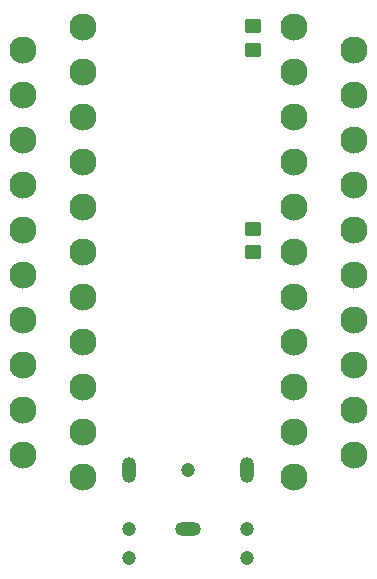
<source format=gbr>
%TF.GenerationSoftware,KiCad,Pcbnew,7.0.9*%
%TF.CreationDate,2024-08-24T05:30:20-10:00*%
%TF.ProjectId,scartaudioextract,73636172-7461-4756-9469-6f6578747261,rev?*%
%TF.SameCoordinates,Original*%
%TF.FileFunction,Soldermask,Bot*%
%TF.FilePolarity,Negative*%
%FSLAX46Y46*%
G04 Gerber Fmt 4.6, Leading zero omitted, Abs format (unit mm)*
G04 Created by KiCad (PCBNEW 7.0.9) date 2024-08-24 05:30:20*
%MOMM*%
%LPD*%
G01*
G04 APERTURE LIST*
G04 Aperture macros list*
%AMRoundRect*
0 Rectangle with rounded corners*
0 $1 Rounding radius*
0 $2 $3 $4 $5 $6 $7 $8 $9 X,Y pos of 4 corners*
0 Add a 4 corners polygon primitive as box body*
4,1,4,$2,$3,$4,$5,$6,$7,$8,$9,$2,$3,0*
0 Add four circle primitives for the rounded corners*
1,1,$1+$1,$2,$3*
1,1,$1+$1,$4,$5*
1,1,$1+$1,$6,$7*
1,1,$1+$1,$8,$9*
0 Add four rect primitives between the rounded corners*
20,1,$1+$1,$2,$3,$4,$5,0*
20,1,$1+$1,$4,$5,$6,$7,0*
20,1,$1+$1,$6,$7,$8,$9,0*
20,1,$1+$1,$8,$9,$2,$3,0*%
G04 Aperture macros list end*
%ADD10RoundRect,0.250000X-0.450000X0.350000X-0.450000X-0.350000X0.450000X-0.350000X0.450000X0.350000X0*%
%ADD11O,1.200000X2.200000*%
%ADD12O,2.200000X1.200000*%
%ADD13C,1.200000*%
%ADD14C,2.300000*%
G04 APERTURE END LIST*
D10*
%TO.C,R4*%
X154500000Y-41355000D03*
X154500000Y-39355000D03*
%TD*%
%TO.C,R2*%
X154500000Y-56500000D03*
X154500000Y-58500000D03*
%TD*%
D11*
%TO.C,J3*%
X154040000Y-76900000D03*
D12*
X149040000Y-81900000D03*
D11*
X144040000Y-76900000D03*
D13*
X154040000Y-84400000D03*
X154040000Y-81900000D03*
X149040000Y-76900000D03*
X144040000Y-84400000D03*
X144040000Y-81900000D03*
%TD*%
D14*
%TO.C,J1*%
X140080000Y-39450000D03*
X135000000Y-41355000D03*
X140080000Y-43260000D03*
X135000000Y-45165000D03*
X140080000Y-47070000D03*
X135000000Y-48975000D03*
X140080000Y-50880000D03*
X135000000Y-52785000D03*
X140080000Y-54690000D03*
X135000000Y-56595000D03*
X140080000Y-58500000D03*
X135000000Y-60405000D03*
X140080000Y-62310000D03*
X135000000Y-64215000D03*
X140080000Y-66120000D03*
X135000000Y-68025000D03*
X140080000Y-69930000D03*
X135000000Y-71835000D03*
X140080000Y-73740000D03*
X135000000Y-75645000D03*
X140080000Y-77550000D03*
%TD*%
%TO.C,J2*%
X158000000Y-77550000D03*
X163080000Y-75645000D03*
X158000000Y-73740000D03*
X163080000Y-71835000D03*
X158000000Y-69930000D03*
X163080000Y-68025000D03*
X158000000Y-66120000D03*
X163080000Y-64215000D03*
X158000000Y-62310000D03*
X163080000Y-60405000D03*
X158000000Y-58500000D03*
X163080000Y-56595000D03*
X158000000Y-54690000D03*
X163080000Y-52785000D03*
X158000000Y-50880000D03*
X163080000Y-48975000D03*
X158000000Y-47070000D03*
X163080000Y-45165000D03*
X158000000Y-43260000D03*
X163080000Y-41355000D03*
X158000000Y-39450000D03*
%TD*%
M02*

</source>
